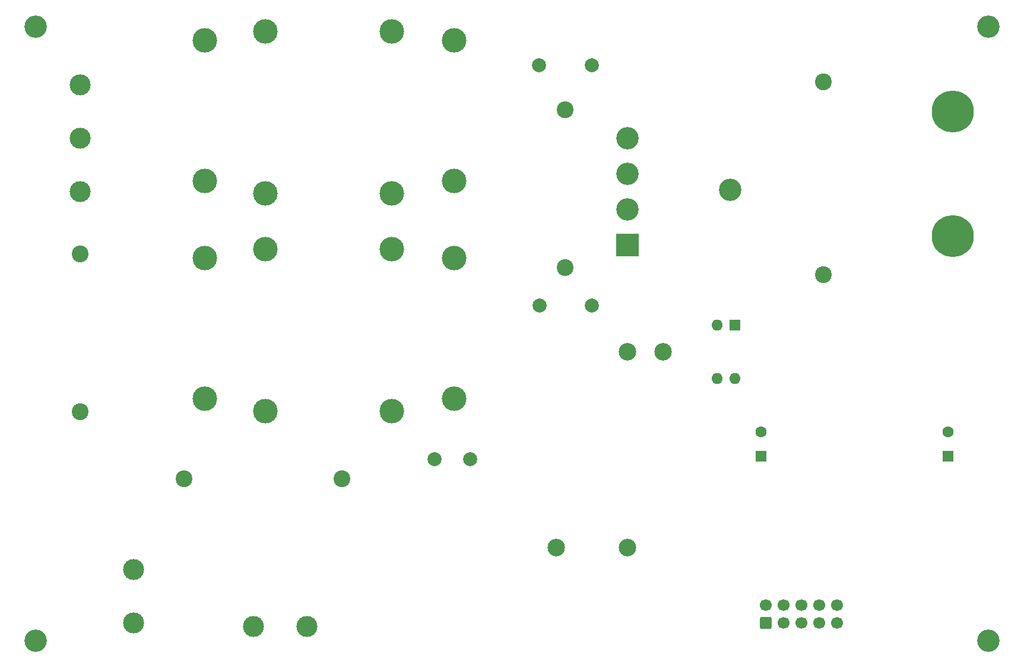
<source format=gbs>
G04 #@! TF.GenerationSoftware,KiCad,Pcbnew,7.0.2*
G04 #@! TF.CreationDate,2023-10-13T15:39:11+02:00*
G04 #@! TF.ProjectId,Module_3,4d6f6475-6c65-45f3-932e-6b696361645f,rev?*
G04 #@! TF.SameCoordinates,Original*
G04 #@! TF.FileFunction,Soldermask,Bot*
G04 #@! TF.FilePolarity,Negative*
%FSLAX46Y46*%
G04 Gerber Fmt 4.6, Leading zero omitted, Abs format (unit mm)*
G04 Created by KiCad (PCBNEW 7.0.2) date 2023-10-13 15:39:11*
%MOMM*%
%LPD*%
G01*
G04 APERTURE LIST*
G04 Aperture macros list*
%AMRoundRect*
0 Rectangle with rounded corners*
0 $1 Rounding radius*
0 $2 $3 $4 $5 $6 $7 $8 $9 X,Y pos of 4 corners*
0 Add a 4 corners polygon primitive as box body*
4,1,4,$2,$3,$4,$5,$6,$7,$8,$9,$2,$3,0*
0 Add four circle primitives for the rounded corners*
1,1,$1+$1,$2,$3*
1,1,$1+$1,$4,$5*
1,1,$1+$1,$6,$7*
1,1,$1+$1,$8,$9*
0 Add four rect primitives between the rounded corners*
20,1,$1+$1,$2,$3,$4,$5,0*
20,1,$1+$1,$4,$5,$6,$7,0*
20,1,$1+$1,$6,$7,$8,$9,0*
20,1,$1+$1,$8,$9,$2,$3,0*%
G04 Aperture macros list end*
%ADD10C,2.000000*%
%ADD11C,3.200000*%
%ADD12R,1.600000X1.600000*%
%ADD13C,1.600000*%
%ADD14C,2.400000*%
%ADD15C,3.000000*%
%ADD16O,1.600000X1.600000*%
%ADD17C,6.000000*%
%ADD18C,3.500000*%
%ADD19C,2.500000*%
%ADD20RoundRect,0.250000X0.600000X-0.600000X0.600000X0.600000X-0.600000X0.600000X-0.600000X-0.600000X0*%
%ADD21C,1.700000*%
%ADD22R,3.200000X3.200000*%
G04 APERTURE END LIST*
D10*
X140716000Y-111252000D03*
X145796000Y-111262000D03*
D11*
X83820000Y-49530000D03*
D12*
X187325000Y-110815000D03*
D13*
X187325000Y-107315000D03*
D14*
X127508000Y-114046000D03*
X105008000Y-114046000D03*
D15*
X114935000Y-135128000D03*
D10*
X155635000Y-55018000D03*
X163135000Y-55018000D03*
D12*
X183520000Y-92085000D03*
D16*
X180980000Y-92085000D03*
X180980000Y-99705000D03*
X183520000Y-99705000D03*
D15*
X122555000Y-135128000D03*
D14*
X196215000Y-57370000D03*
X196215000Y-84870000D03*
D17*
X214630000Y-79375000D03*
D11*
X182880000Y-72798000D03*
D17*
X214630000Y-61595000D03*
D11*
X83820000Y-137160000D03*
D15*
X90170000Y-57785000D03*
X90170000Y-65405000D03*
X90170000Y-73025000D03*
D18*
X143510000Y-71501000D03*
X134620000Y-73279000D03*
X116586000Y-73279000D03*
X107950000Y-71501000D03*
X116586000Y-50165000D03*
X107950000Y-51435000D03*
X143510000Y-51435000D03*
X134620000Y-50165000D03*
D14*
X90170000Y-104415000D03*
X90170000Y-81915000D03*
D11*
X219710000Y-137160000D03*
D10*
X163195000Y-89308000D03*
X155695000Y-89308000D03*
D12*
X213995000Y-110815000D03*
D13*
X213995000Y-107315000D03*
D19*
X173355000Y-95885000D03*
X168275000Y-95885000D03*
X158115000Y-123825000D03*
X168275000Y-123825000D03*
D18*
X143510000Y-102616000D03*
X134620000Y-104394000D03*
X116586000Y-104394000D03*
X107950000Y-102616000D03*
X116586000Y-81280000D03*
X107950000Y-82550000D03*
X143510000Y-82550000D03*
X134620000Y-81280000D03*
D11*
X219710000Y-49530000D03*
D14*
X159385000Y-83868000D03*
X159385000Y-61368000D03*
D15*
X97790000Y-127000000D03*
X97790000Y-134620000D03*
D20*
X187960000Y-134620000D03*
D21*
X187960000Y-132080000D03*
X190500000Y-134620000D03*
X190500000Y-132080000D03*
X193040000Y-134620000D03*
X193040000Y-132080000D03*
X195580000Y-134620000D03*
X195580000Y-132080000D03*
X198120000Y-134620000D03*
X198120000Y-132080000D03*
D22*
X168275000Y-80645000D03*
D11*
X168275000Y-75565000D03*
X168275000Y-70485000D03*
X168275000Y-65405000D03*
M02*

</source>
